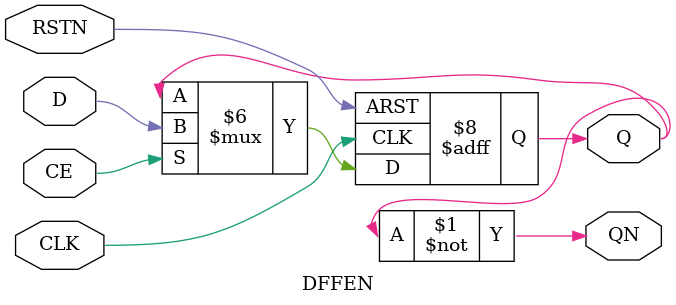
<source format=v>

`default_nettype none
`timescale 1ns / 1ns

module DFFEN ( D, Q, QN, CE, CLK, RSTN ) /* synthesis GSR="ENABLED" */;
input wire D;
input wire CE, CLK, RSTN;
output reg Q;
output wire QN;

// Combinational always block for the state machine
// Generates next state and output equations

assign QN = ~Q;

always @(posedge CLK or negedge RSTN)
	if (RSTN == 1'b0)      Q <= 1'b0; 
	else if ( CE == 1'b1 ) Q <= D;			
		 else              Q <= Q;	

endmodule		 


</source>
